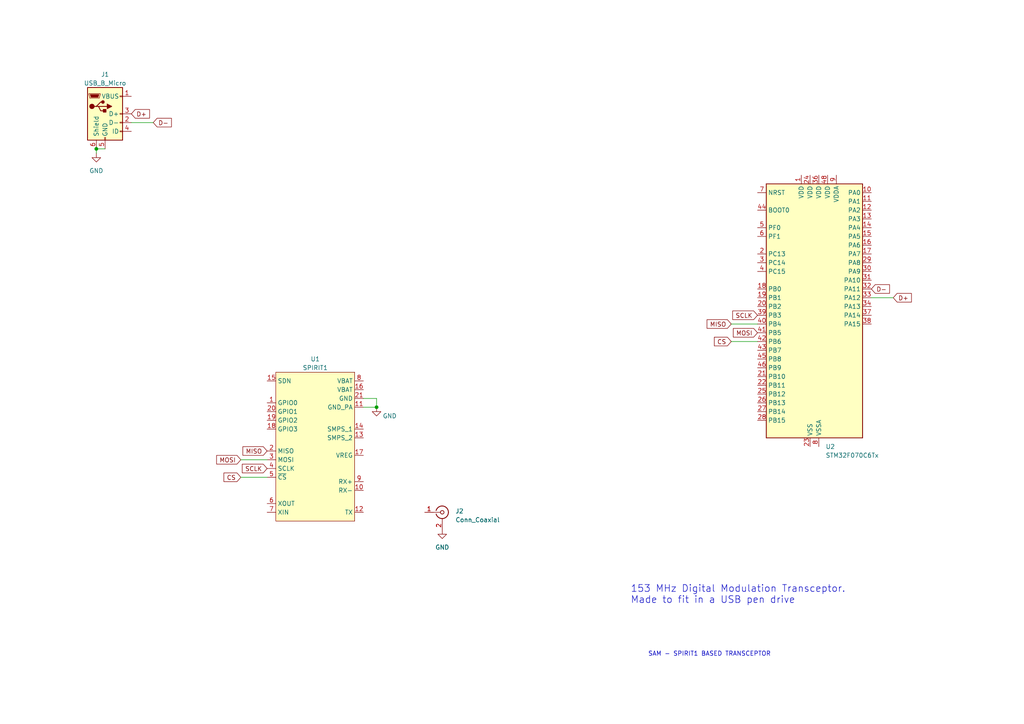
<source format=kicad_sch>
(kicad_sch (version 20230121) (generator eeschema)
  (paper "A4")
  (lib_symbols
    (symbol "Connector:Conn_Coaxial" (pin_names (offset 1.016) hide)
      (property "Reference" "J" (at 0.254 3.048 0))
      (property "Value" "Conn_Coaxial" (at 2.921 0 90))
      (symbol "Conn_Coaxial_0_1"
        (arc (start -1.778 -0.508) (mid 0.2311 -1.8066) (end 1.778 0) (stroke (width 0.254)))
        (polyline (pts (xy -2.54 0) (xy -0.508 0)))
        (polyline (pts (xy 0 -2.54) (xy 0 -1.778)))
        (circle (center 0 0) (radius 0.508) (stroke (width 0.2032)))
        (arc (start 1.778 0) (mid 0.2099 1.8101) (end -1.778 0.508) (stroke (width 0.254)))
      )
      (symbol "Conn_Coaxial_1_1"
        (pin passive line (at -5.08 0 0) (length 2.54) (name "In") (number "1"))
        (pin passive line (at 0 -5.08 90) (length 2.54) (name "Ext") (number "2"))
      )
    )
    (symbol "Connector:USB_B_Micro" (pin_names (offset 1.016))
      (property "Reference" "J" (at -5.08 11.43 0))
      (property "Value" "USB_B_Micro" (at -5.08 8.89 0))
      (symbol "USB_B_Micro_0_1"
        (rectangle (start -5.08 -7.62) (end 5.08 7.62) (stroke (width 0.254)) (fill (type background)))
        (circle (center -3.81 2.159) (radius 0.635) (stroke (width 0.254)) (fill (type outline)))
        (circle (center -0.635 3.429) (radius 0.381) (stroke (width 0.254)) (fill (type outline)))
        (rectangle (start -0.127 -7.62) (end 0.127 -6.858))
        (polyline (pts (xy -1.905 2.159) (xy 0.635 2.159)) (stroke (width 0.254)))
        (polyline (pts (xy -3.175 2.159) (xy -2.54 2.159) (xy -1.27 3.429) (xy -0.635 3.429)) (stroke (width 0.254)))
        (polyline (pts (xy -2.54 2.159) (xy -1.905 2.159) (xy -1.27 0.889) (xy 0 0.889)) (stroke (width 0.254)))
        (polyline (pts (xy 0.635 2.794) (xy 0.635 1.524) (xy 1.905 2.159) (xy 0.635 2.794)) (stroke (width 0.254)) (fill (type outline)))
        (polyline (pts (xy -4.318 5.588) (xy -1.778 5.588) (xy -2.032 4.826) (xy -4.064 4.826) (xy -4.318 5.588)) (fill (type outline)))
        (polyline (pts (xy -4.699 5.842) (xy -4.699 5.588) (xy -4.445 4.826) (xy -4.445 4.572) (xy -1.651 4.572) (xy -1.651 4.826) (xy -1.397 5.588) (xy -1.397 5.842) (xy -4.699 5.842)))
        (rectangle (start 0.254 1.27) (end -0.508 0.508) (stroke (width 0.254)) (fill (type outline)))
        (rectangle (start 5.08 -5.207) (end 4.318 -4.953))
        (rectangle (start 5.08 -2.667) (end 4.318 -2.413))
        (rectangle (start 5.08 -0.127) (end 4.318 0.127))
        (rectangle (start 5.08 4.953) (end 4.318 5.207))
      )
      (symbol "USB_B_Micro_1_1"
        (pin power_out line (at 7.62 5.08 180) (length 2.54) (name "VBUS") (number "1"))
        (pin bidirectional line (at 7.62 -2.54 180) (length 2.54) (name "D-") (number "2"))
        (pin bidirectional line (at 7.62 0 180) (length 2.54) (name "D+") (number "3"))
        (pin passive line (at 7.62 -5.08 180) (length 2.54) (name "ID") (number "4"))
        (pin power_out line (at 0 -10.16 90) (length 2.54) (name "GND") (number "5"))
        (pin passive line (at -2.54 -10.16 90) (length 2.54) (name "Shield") (number "6"))
      )
    )
    (symbol "MCU_ST_STM32F0:STM32F070C6Tx"
      (property "Reference" "U" (at -12.7 39.37 0))
      (property "Value" "STM32F070C6Tx" (at 10.16 39.37 0))
      (symbol "STM32F070C6Tx_0_1"
        (rectangle (start -12.7 -35.56) (end 15.24 38.1) (stroke (width 0.254)) (fill (type background)))
      )
      (symbol "STM32F070C6Tx_1_1"
        (pin power_in line (at -2.54 40.64 270) (length 2.54) (name "VDD") (number "1"))
        (pin bidirectional line (at 17.78 35.56 180) (length 2.54) (name "PA0") (number "10"))
        (pin bidirectional line (at 17.78 33.02 180) (length 2.54) (name "PA1") (number "11"))
        (pin bidirectional line (at 17.78 30.48 180) (length 2.54) (name "PA2") (number "12"))
        (pin bidirectional line (at 17.78 27.94 180) (length 2.54) (name "PA3") (number "13"))
        (pin bidirectional line (at 17.78 25.4 180) (length 2.54) (name "PA4") (number "14"))
        (pin bidirectional line (at 17.78 22.86 180) (length 2.54) (name "PA5") (number "15"))
        (pin bidirectional line (at 17.78 20.32 180) (length 2.54) (name "PA6") (number "16"))
        (pin bidirectional line (at 17.78 17.78 180) (length 2.54) (name "PA7") (number "17"))
        (pin bidirectional line (at -15.24 7.62 0) (length 2.54) (name "PB0") (number "18"))
        (pin bidirectional line (at -15.24 5.08 0) (length 2.54) (name "PB1") (number "19"))
        (pin bidirectional line (at -15.24 17.78 0) (length 2.54) (name "PC13") (number "2"))
        (pin bidirectional line (at -15.24 2.54 0) (length 2.54) (name "PB2") (number "20"))
        (pin bidirectional line (at -15.24 -17.78 0) (length 2.54) (name "PB10") (number "21"))
        (pin bidirectional line (at -15.24 -20.32 0) (length 2.54) (name "PB11") (number "22"))
        (pin power_in line (at 0 -38.1 90) (length 2.54) (name "VSS") (number "23"))
        (pin power_in line (at 0 40.64 270) (length 2.54) (name "VDD") (number "24"))
        (pin bidirectional line (at -15.24 -22.86 0) (length 2.54) (name "PB12") (number "25"))
        (pin bidirectional line (at -15.24 -25.4 0) (length 2.54) (name "PB13") (number "26"))
        (pin bidirectional line (at -15.24 -27.94 0) (length 2.54) (name "PB14") (number "27"))
        (pin bidirectional line (at -15.24 -30.48 0) (length 2.54) (name "PB15") (number "28"))
        (pin bidirectional line (at 17.78 15.24 180) (length 2.54) (name "PA8") (number "29"))
        (pin bidirectional line (at -15.24 15.24 0) (length 2.54) (name "PC14") (number "3"))
        (pin bidirectional line (at 17.78 12.7 180) (length 2.54) (name "PA9") (number "30"))
        (pin bidirectional line (at 17.78 10.16 180) (length 2.54) (name "PA10") (number "31"))
        (pin bidirectional line (at 17.78 7.62 180) (length 2.54) (name "PA11") (number "32"))
        (pin bidirectional line (at 17.78 5.08 180) (length 2.54) (name "PA12") (number "33"))
        (pin bidirectional line (at 17.78 2.54 180) (length 2.54) (name "PA13") (number "34"))
        (pin passive line (at 0 -38.1 90) (length 2.54) hide (name "VSS") (number "35"))
        (pin power_in line (at 2.54 40.64 270) (length 2.54) (name "VDD") (number "36"))
        (pin bidirectional line (at 17.78 0 180) (length 2.54) (name "PA14") (number "37"))
        (pin bidirectional line (at 17.78 -2.54 180) (length 2.54) (name "PA15") (number "38"))
        (pin bidirectional line (at -15.24 0 0) (length 2.54) (name "PB3") (number "39"))
        (pin bidirectional line (at -15.24 12.7 0) (length 2.54) (name "PC15") (number "4"))
        (pin bidirectional line (at -15.24 -2.54 0) (length 2.54) (name "PB4") (number "40"))
        (pin bidirectional line (at -15.24 -5.08 0) (length 2.54) (name "PB5") (number "41"))
        (pin bidirectional line (at -15.24 -7.62 0) (length 2.54) (name "PB6") (number "42"))
        (pin bidirectional line (at -15.24 -10.16 0) (length 2.54) (name "PB7") (number "43"))
        (pin input line (at -15.24 30.48 0) (length 2.54) (name "BOOT0") (number "44"))
        (pin bidirectional line (at -15.24 -12.7 0) (length 2.54) (name "PB8") (number "45"))
        (pin bidirectional line (at -15.24 -15.24 0) (length 2.54) (name "PB9") (number "46"))
        (pin passive line (at 0 -38.1 90) (length 2.54) hide (name "VSS") (number "47"))
        (pin power_in line (at 5.08 40.64 270) (length 2.54) (name "VDD") (number "48"))
        (pin bidirectional line (at -15.24 25.4 0) (length 2.54) (name "PF0") (number "5"))
        (pin bidirectional line (at -15.24 22.86 0) (length 2.54) (name "PF1") (number "6"))
        (pin input line (at -15.24 35.56 0) (length 2.54) (name "NRST") (number "7"))
        (pin power_in line (at 2.54 -38.1 90) (length 2.54) (name "VSSA") (number "8"))
        (pin power_in line (at 7.62 40.64 270) (length 2.54) (name "VDDA") (number "9"))
      )
    )
    (symbol "pcrap:SPIRIT1"
      (property "Reference" "U" (at -11.43 -3.81 0))
      (property "Value" "SPIRIT1" (at 6.35 -3.81 0))
      (symbol "SPIRIT1_1_1"
        (polyline (pts (xy 10.16 -48.26) (xy 10.16 -5.08) (xy -12.7 -5.08) (xy -12.7 -48.26) (xy 10.16 -48.26)) (fill (type background)))
        (pin bidirectional line (at -15.24 -13.97 0) (length 2.54) (name "GPIO0") (number "1"))
        (pin input line (at 12.7 -39.37 180) (length 2.54) (name "RX-") (number "10"))
        (pin power_in line (at 12.7 -15.24 180) (length 2.54) (name "GND_PA") (number "11"))
        (pin output line (at 12.7 -45.72 180) (length 2.54) (name "TX") (number "12"))
        (pin power_in line (at 12.7 -24.13 180) (length 2.54) (name "SMPS_2") (number "13"))
        (pin power_out line (at 12.7 -21.59 180) (length 2.54) (name "SMPS_1") (number "14"))
        (pin input line (at -15.24 -7.62 0) (length 2.54) (name "SDN") (number "15"))
        (pin power_in line (at 12.7 -10.16 180) (length 2.54) (name "VBAT") (number "16"))
        (pin passive line (at 12.7 -29.21 180) (length 2.54) (name "VREG") (number "17"))
        (pin bidirectional line (at -15.24 -21.59 0) (length 2.54) (name "GPIO3") (number "18"))
        (pin bidirectional line (at -15.24 -19.05 0) (length 2.54) (name "GPIO2") (number "19"))
        (pin output line (at -15.24 -27.94 0) (length 2.54) (name "MISO") (number "2"))
        (pin bidirectional line (at -15.24 -16.51 0) (length 2.54) (name "GPIO1") (number "20"))
        (pin power_in line (at 12.7 -12.7 180) (length 2.54) (name "GND") (number "21"))
        (pin input line (at -15.24 -30.48 0) (length 2.54) (name "MOSI") (number "3"))
        (pin bidirectional line (at -15.24 -33.02 0) (length 2.54) (name "SCLK") (number "4"))
        (pin input line (at -15.24 -35.56 0) (length 2.54) (name "~{CS}") (number "5"))
        (pin passive line (at -15.24 -43.18 0) (length 2.54) (name "XOUT") (number "6"))
        (pin passive line (at -15.24 -45.72 0) (length 2.54) (name "XIN") (number "7"))
        (pin power_in line (at 12.7 -7.62 180) (length 2.54) (name "VBAT") (number "8"))
        (pin input line (at 12.7 -36.83 180) (length 2.54) (name "RX+") (number "9"))
      )
    )
    (symbol "power:GND" (power) (pin_names (offset 0))
      (property "Value" "GND" (at 0 -3.81 0))
      (symbol "GND_0_1"
        (polyline (pts (xy 0 0) (xy 0 -1.27) (xy 1.27 -1.27) (xy 0 -2.54) (xy -1.27 -1.27) (xy 0 -1.27)))
      )
      (symbol "GND_1_1"
        (pin power_in line (at 0 0 270) (length 0) hide (name "GND") (number "1"))
      )
    )
  )
  (junction (at 109.22 118.11))
  (junction (at 27.94 43.18))
  (wire (pts (xy 27.94 43.18) (xy 30.48 43.18)))
  (wire (pts (xy 252.73 86.36) (xy 259.08 86.36)))
  (wire (pts (xy 27.94 43.18) (xy 27.94 44.45)))
  (wire (pts (xy 212.09 93.98) (xy 219.71 93.98)))
  (wire (pts (xy 105.41 115.57) (xy 109.22 115.57)))
  (wire (pts (xy 212.09 99.06) (xy 219.71 99.06)))
  (wire (pts (xy 38.1 35.56) (xy 44.45 35.56)))
  (wire (pts (xy 109.22 115.57) (xy 109.22 118.11)))
  (wire (pts (xy 69.85 133.35) (xy 77.47 133.35)))
  (wire (pts (xy 69.85 138.43) (xy 77.47 138.43)))
  (wire (pts (xy 105.41 118.11) (xy 109.22 118.11)))
  (text "SAM - SPIRIT1 BASED TRANSCEPTOR" (at 187.96 190.5 0) (effects (font (size 1.27 1.27)) (justify left bottom)))
  (text "153 MHz Digital Modulation Transceptor.\nMade to fit in a USB pen drive" (at 182.88 175.26 0) (effects (font (size 2 2)) (justify left bottom)))
  (global_label "MISO" (shape input) (at 212.09 93.98 180) (property "Intersheetrefs" "${INTERSHEET_REFS}" (effects hide)))
  (global_label "MISO" (shape input) (at 77.47 130.81 180) (property "Intersheetrefs" "${INTERSHEET_REFS}" (effects hide)))
  (global_label "CS" (shape input) (at 69.85 138.43 180) (property "Intersheetrefs" "${INTERSHEET_REFS}" (effects hide)))
  (global_label "MOSI" (shape input) (at 69.85 133.35 180) (property "Intersheetrefs" "${INTERSHEET_REFS}" (effects hide)))
  (global_label "D-" (shape input) (at 44.45 35.56 0) (property "Intersheetrefs" "${INTERSHEET_REFS}" (effects hide)))
  (global_label "D+" (shape input) (at 259.08 86.36 0) (property "Intersheetrefs" "${INTERSHEET_REFS}" (effects hide)))
  (global_label "SCLK" (shape input) (at 219.71 91.44 180) (property "Intersheetrefs" "${INTERSHEET_REFS}" (effects hide)))
  (global_label "SCLK" (shape input) (at 77.47 135.89 180) (property "Intersheetrefs" "${INTERSHEET_REFS}" (effects hide)))
  (global_label "CS" (shape input) (at 212.09 99.06 180) (property "Intersheetrefs" "${INTERSHEET_REFS}" (effects hide)))
  (global_label "D+" (shape input) (at 38.1 33.02 0) (property "Intersheetrefs" "${INTERSHEET_REFS}" (effects hide)))
  (global_label "D-" (shape input) (at 252.73 83.82 0) (property "Intersheetrefs" "${INTERSHEET_REFS}" (effects hide)))
  (global_label "MOSI" (shape input) (at 219.71 96.52 180) (property "Intersheetrefs" "${INTERSHEET_REFS}" (effects hide)))
  (symbol (lib_id "power:GND") (at 109.22 118.11 0) (unit 1)
    (property "Reference" "#PWR02" (effects hide))
    (property "Value" "GND" (at 113.03 120.65 0))
  )
  (symbol (lib_id "Connector:USB_B_Micro") (at 30.48 33.02 0) (unit 1)
    (property "Reference" "J1" (at 30.48 21.59 0))
    (property "Value" "USB_B_Micro" (at 30.48 24.13 0))
    (property "Footprint" "Connector_USB:USB_Micro-B_Molex_47346-0001" (effects hide))
  )
  (symbol (lib_id "MCU_ST_STM32F0:STM32F070C6Tx") (at 234.95 91.44 0) (unit 1)
    (property "Reference" "U2" (at 239.4459 129.54 0) (effects (justify left)))
    (property "Value" "STM32F070C6Tx" (at 239.4459 132.08 0) (effects (justify left)))
    (property "Footprint" "Package_QFP:LQFP-48_7x7mm_P0.5mm" (effects hide))
    (property "Datasheet" "https://www.st.com/resource/en/datasheet/stm32f070c6.pdf" (effects hide))
  )
  (symbol (lib_id "pcrap:SPIRIT1") (at 92.71 102.87 0) (unit 1)
    (property "Reference" "U1" (at 91.44 104.14 0))
    (property "Value" "SPIRIT1" (at 91.44 106.68 0))
    (property "Footprint" "Package_DFN_QFN:QFN-20-1EP_4x4mm_P0.5mm_EP2.5x2.5mm" (effects hide))
    (property "Datasheet" "https://www.st.com/resource/en/datasheet/spirit1.pdf" (effects hide))
  )
  (symbol (lib_id "Connector:Conn_Coaxial") (at 128.27 148.59 0) (unit 1)
    (property "Reference" "J2" (at 132.08 148.2482 0) (effects (justify left)))
    (property "Value" "Conn_Coaxial" (at 132.08 150.7882 0) (effects (justify left)))
    (property "Footprint" "pcrap:SMA_EdgeMount" (effects hide))
    (property "Datasheet" " ~" (effects hide))
  )
  (symbol (lib_id "power:GND") (at 128.27 153.67 0) (unit 1)
    (property "Reference" "#PWR03" (effects hide))
    (property "Value" "GND" (at 128.27 158.75 0))
  )
  (symbol (lib_id "power:GND") (at 27.94 44.45 0) (unit 1)
    (property "Reference" "#PWR01" (effects hide))
    (property "Value" "GND" (at 27.94 49.53 0))
  )
)
</source>
